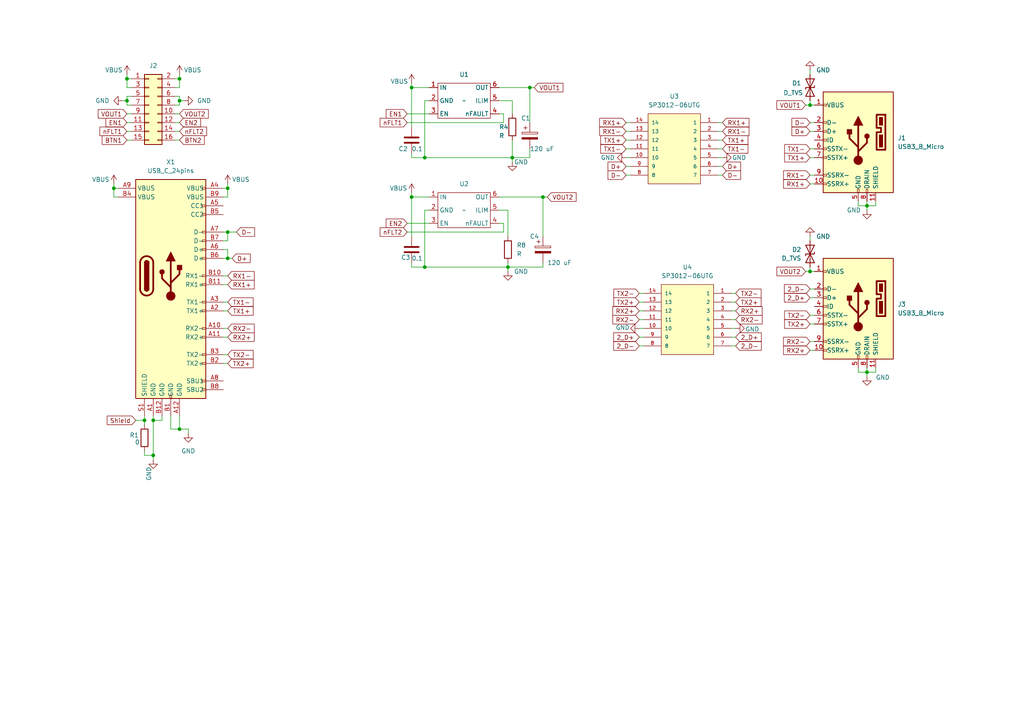
<source format=kicad_sch>
(kicad_sch (version 20231120) (generator "eeschema") (generator_version "8.0")
  (paper "A4")
  (lib_symbols
    (symbol "Connector:USB3_B_Micro" (pin_names (offset 1.016))
      (property "Reference" "J" (at -10.16 15.24 0))
      (property "Value" "USB3_B_Micro" (at 10.16 15.24 0))
      (symbol "USB3_B_Micro_0_0"
        (rectangle (start -2.794 -15.24) (end -2.286 -14.224))
        (rectangle (start -0.254 -15.24) (end 0.254 -14.224))
        (rectangle (start 10.16 -12.446) (end 9.144 -12.954))
        (rectangle (start 10.16 -9.906) (end 9.144 -10.414))
        (rectangle (start 10.16 -4.826) (end 9.144 -5.334))
        (rectangle (start 10.16 -2.286) (end 9.144 -2.794))
        (rectangle (start 10.16 0.254) (end 9.144 -0.254))
        (rectangle (start 10.16 2.794) (end 9.144 2.286))
        (rectangle (start 10.16 5.334) (end 9.144 4.826))
        (rectangle (start 10.16 10.414) (end 9.144 9.906))
      )
      (symbol "USB3_B_Micro_0_1"
        (rectangle (start -10.16 13.97) (end 10.16 -15.24) (stroke (width 0.254)) (fill (type background)))
        (rectangle (start -7.112 1.524) (end -6.096 -2.032) (fill (type outline)))
        (rectangle (start -7.112 6.604) (end -6.096 4.318) (fill (type outline)))
        (polyline (pts (xy -7.874 7.366) (xy -7.874 -2.794) (xy -5.334 -2.794) (xy -5.334 2.286) (xy -6.604 2.286) (xy -6.604 3.556) (xy -5.334 3.556) (xy -5.334 7.366) (xy -7.874 7.366)) (stroke (width 0.508)))
      )
      (symbol "USB3_B_Micro_1_1"
        (circle (center -2.54 1.143) (radius 0.635) (stroke (width 0.254)) (fill (type outline)))
        (circle (center 0 -5.842) (radius 1.27) (fill (type outline)))
        (polyline (pts (xy 0 -5.842) (xy 0 4.318)) (stroke (width 0.508)))
        (polyline (pts (xy 0 -3.302) (xy -2.54 -0.762) (xy -2.54 0.508)) (stroke (width 0.508)))
        (polyline (pts (xy 0 -2.032) (xy 2.54 0.508) (xy 2.54 1.778)) (stroke (width 0.508)))
        (polyline (pts (xy -1.27 4.318) (xy 0 6.858) (xy 1.27 4.318) (xy -1.27 4.318)) (stroke (width 0.254)) (fill (type outline)))
        (rectangle (start 1.905 1.778) (end 3.175 3.048) (stroke (width 0.254)) (fill (type outline)))
        (pin power_out line (at 12.7 10.16 180) (length 2.54) (name "VBUS") (number "1"))
        (pin input line (at 12.7 -12.7 180) (length 2.54) (name "SSRX+") (number "10"))
        (pin passive line (at -5.08 -17.78 90) (length 2.54) (name "SHIELD") (number "11"))
        (pin bidirectional line (at 12.7 5.08 180) (length 2.54) (name "D-") (number "2"))
        (pin bidirectional line (at 12.7 2.54 180) (length 2.54) (name "D+") (number "3"))
        (pin passive line (at 12.7 0 180) (length 2.54) (name "ID") (number "4"))
        (pin power_out line (at 0 -17.78 90) (length 2.54) (name "GND") (number "5"))
        (pin output line (at 12.7 -2.54 180) (length 2.54) (name "SSTX-") (number "6"))
        (pin output line (at 12.7 -5.08 180) (length 2.54) (name "SSTX+") (number "7"))
        (pin passive line (at -2.54 -17.78 90) (length 2.54) (name "DRAIN") (number "8"))
        (pin input line (at 12.7 -10.16 180) (length 2.54) (name "SSRX-") (number "9"))
      )
    )
    (symbol "Connector_Generic:Conn_02x08_Odd_Even" (pin_names (offset 1.016) hide)
      (property "Reference" "J" (at 1.27 10.16 0))
      (property "Value" "Conn_02x08_Odd_Even" (at 1.27 -12.7 0))
      (symbol "Conn_02x08_Odd_Even_1_1"
        (rectangle (start -1.27 -10.033) (end 0 -10.287) (stroke (width 0.1524)))
        (rectangle (start -1.27 -7.493) (end 0 -7.747) (stroke (width 0.1524)))
        (rectangle (start -1.27 -4.953) (end 0 -5.207) (stroke (width 0.1524)))
        (rectangle (start -1.27 -2.413) (end 0 -2.667) (stroke (width 0.1524)))
        (rectangle (start -1.27 0.127) (end 0 -0.127) (stroke (width 0.1524)))
        (rectangle (start -1.27 2.667) (end 0 2.413) (stroke (width 0.1524)))
        (rectangle (start -1.27 5.207) (end 0 4.953) (stroke (width 0.1524)))
        (rectangle (start -1.27 7.747) (end 0 7.493) (stroke (width 0.1524)))
        (rectangle (start -1.27 8.89) (end 3.81 -11.43) (stroke (width 0.254)) (fill (type background)))
        (rectangle (start 3.81 -10.033) (end 2.54 -10.287) (stroke (width 0.1524)))
        (rectangle (start 3.81 -7.493) (end 2.54 -7.747) (stroke (width 0.1524)))
        (rectangle (start 3.81 -4.953) (end 2.54 -5.207) (stroke (width 0.1524)))
        (rectangle (start 3.81 -2.413) (end 2.54 -2.667) (stroke (width 0.1524)))
        (rectangle (start 3.81 0.127) (end 2.54 -0.127) (stroke (width 0.1524)))
        (rectangle (start 3.81 2.667) (end 2.54 2.413) (stroke (width 0.1524)))
        (rectangle (start 3.81 5.207) (end 2.54 4.953) (stroke (width 0.1524)))
        (rectangle (start 3.81 7.747) (end 2.54 7.493) (stroke (width 0.1524)))
        (pin passive line (at -5.08 7.62 0) (length 3.81) (name "Pin_1") (number "1"))
        (pin passive line (at 7.62 -2.54 180) (length 3.81) (name "Pin_10") (number "10"))
        (pin passive line (at -5.08 -5.08 0) (length 3.81) (name "Pin_11") (number "11"))
        (pin passive line (at 7.62 -5.08 180) (length 3.81) (name "Pin_12") (number "12"))
        (pin passive line (at -5.08 -7.62 0) (length 3.81) (name "Pin_13") (number "13"))
        (pin passive line (at 7.62 -7.62 180) (length 3.81) (name "Pin_14") (number "14"))
        (pin passive line (at -5.08 -10.16 0) (length 3.81) (name "Pin_15") (number "15"))
        (pin passive line (at 7.62 -10.16 180) (length 3.81) (name "Pin_16") (number "16"))
        (pin passive line (at 7.62 7.62 180) (length 3.81) (name "Pin_2") (number "2"))
        (pin passive line (at -5.08 5.08 0) (length 3.81) (name "Pin_3") (number "3"))
        (pin passive line (at 7.62 5.08 180) (length 3.81) (name "Pin_4") (number "4"))
        (pin passive line (at -5.08 2.54 0) (length 3.81) (name "Pin_5") (number "5"))
        (pin passive line (at 7.62 2.54 180) (length 3.81) (name "Pin_6") (number "6"))
        (pin passive line (at -5.08 0 0) (length 3.81) (name "Pin_7") (number "7"))
        (pin passive line (at 7.62 0 180) (length 3.81) (name "Pin_8") (number "8"))
        (pin passive line (at -5.08 -2.54 0) (length 3.81) (name "Pin_9") (number "9"))
      )
    )
    (symbol "Device:C" (pin_numbers hide) (pin_names (offset 0.254))
      (property "Reference" "C" (at 0.635 2.54 0))
      (property "Value" "C" (at 0.635 -2.54 0))
      (symbol "C_0_1"
        (polyline (pts (xy -2.032 -0.762) (xy 2.032 -0.762)) (stroke (width 0.508)))
        (polyline (pts (xy -2.032 0.762) (xy 2.032 0.762)) (stroke (width 0.508)))
      )
      (symbol "C_1_1"
        (pin passive line (at 0 3.81 270) (length 2.794) (name "~") (number "1"))
        (pin passive line (at 0 -3.81 90) (length 2.794) (name "~") (number "2"))
      )
    )
    (symbol "Device:C_Polarized" (pin_numbers hide) (pin_names (offset 0.254))
      (property "Reference" "C" (at 0.635 2.54 0))
      (property "Value" "C_Polarized" (at 0.635 -2.54 0))
      (symbol "C_Polarized_0_1"
        (rectangle (start -2.286 0.508) (end 2.286 1.016))
        (polyline (pts (xy -1.778 2.286) (xy -0.762 2.286)))
        (polyline (pts (xy -1.27 2.794) (xy -1.27 1.778)))
        (rectangle (start 2.286 -0.508) (end -2.286 -1.016) (fill (type outline)))
      )
      (symbol "C_Polarized_1_1"
        (pin passive line (at 0 3.81 270) (length 2.794) (name "~") (number "1"))
        (pin passive line (at 0 -3.81 90) (length 2.794) (name "~") (number "2"))
      )
    )
    (symbol "Device:D_TVS" (pin_numbers hide) (pin_names (offset 1.016) hide)
      (property "Reference" "D" (at 0 2.54 0))
      (property "Value" "D_TVS" (at 0 -2.54 0))
      (symbol "D_TVS_0_1"
        (polyline (pts (xy 1.27 0) (xy -1.27 0)))
        (polyline (pts (xy 0.508 1.27) (xy 0 1.27) (xy 0 -1.27) (xy -0.508 -1.27)) (stroke (width 0.254)))
        (polyline (pts (xy -2.54 1.27) (xy -2.54 -1.27) (xy 2.54 1.27) (xy 2.54 -1.27) (xy -2.54 1.27)) (stroke (width 0.254)))
      )
      (symbol "D_TVS_1_1"
        (pin passive line (at -3.81 0 0) (length 2.54) (name "A1") (number "1"))
        (pin passive line (at 3.81 0 180) (length 2.54) (name "A2") (number "2"))
      )
    )
    (symbol "Device:R" (pin_numbers hide) (pin_names (offset 0))
      (property "Reference" "R" (at 2.032 0 90))
      (property "Value" "R" (at 0 0 90))
      (symbol "R_0_1"
        (rectangle (start -1.016 -2.54) (end 1.016 2.54) (stroke (width 0.254)))
      )
      (symbol "R_1_1"
        (pin passive line (at 0 3.81 270) (length 1.27) (name "~") (number "1"))
        (pin passive line (at 0 -3.81 90) (length 1.27) (name "~") (number "2"))
      )
    )
    (symbol "Shield1:USB_C_24pins"
      (property "Reference" "X1" (at 0 38.1 0))
      (property "Value" "USB_C_24pins" (at 0 35.56 0))
      (symbol "USB_C_24pins_0_0"
        (rectangle (start -0.254 -30.48) (end 0.254 -29.464))
        (rectangle (start 10.16 -27.686) (end 9.144 -28.194))
        (rectangle (start 10.16 -25.146) (end 9.144 -25.654))
        (rectangle (start 10.16 -20.066) (end 9.144 -20.574))
        (rectangle (start 10.16 -17.526) (end 9.144 -18.034))
        (rectangle (start 10.16 -12.446) (end 9.144 -12.954))
        (rectangle (start 10.16 -9.906) (end 9.144 -10.414))
        (rectangle (start 10.16 -4.826) (end 9.144 -5.334))
        (rectangle (start 10.16 -2.286) (end 9.144 -2.794))
        (rectangle (start 10.16 2.794) (end 9.144 2.286))
        (rectangle (start 10.16 5.334) (end 9.144 4.826))
        (rectangle (start 10.16 10.414) (end 9.144 9.906))
        (rectangle (start 10.16 12.954) (end 9.144 12.446))
        (rectangle (start 10.16 15.494) (end 9.144 14.986))
        (rectangle (start 10.16 18.034) (end 9.144 17.526))
        (rectangle (start 10.16 23.114) (end 9.144 22.606))
        (rectangle (start 10.16 25.654) (end 9.144 25.146))
        (rectangle (start 10.16 30.734) (end 9.144 30.226))
      )
      (symbol "USB_C_24pins_0_1"
        (rectangle (start -10.16 33.02) (end 10.16 -30.48) (stroke (width 0.254)) (fill (type background)))
        (arc (start -8.89 1.27) (mid -6.985 -0.635) (end -5.08 1.27) (stroke (width 0.508)))
        (arc (start -7.62 1.27) (mid -6.985 0.635) (end -6.35 1.27) (stroke (width 0.254)))
        (arc (start -7.62 1.27) (mid -6.985 0.635) (end -6.35 1.27) (stroke (width 0.254)) (fill (type outline)))
        (rectangle (start -7.62 1.27) (end -6.35 8.89) (stroke (width 0.254)) (fill (type outline)))
        (arc (start -6.35 8.89) (mid -6.985 9.525) (end -7.62 8.89) (stroke (width 0.254)))
        (arc (start -6.35 8.89) (mid -6.985 9.525) (end -7.62 8.89) (stroke (width 0.254)) (fill (type outline)))
        (arc (start -5.08 8.89) (mid -6.985 10.795) (end -8.89 8.89) (stroke (width 0.508)))
        (polyline (pts (xy -8.89 1.27) (xy -8.89 8.89)) (stroke (width 0.508)))
        (polyline (pts (xy -5.08 8.89) (xy -5.08 1.27)) (stroke (width 0.508)))
      )
      (symbol "USB_C_24pins_1_1"
        (circle (center -2.54 6.223) (radius 0.635) (stroke (width 0.254)) (fill (type outline)))
        (circle (center 0 -0.762) (radius 1.27) (fill (type outline)))
        (polyline (pts (xy 0 -0.762) (xy 0 9.398)) (stroke (width 0.508)))
        (polyline (pts (xy 0 1.778) (xy -2.54 4.318) (xy -2.54 5.588)) (stroke (width 0.508)))
        (polyline (pts (xy 0 3.048) (xy 2.54 5.588) (xy 2.54 6.858)) (stroke (width 0.508)))
        (polyline (pts (xy -1.27 9.398) (xy 0 11.938) (xy 1.27 9.398) (xy -1.27 9.398)) (stroke (width 0.254)) (fill (type outline)))
        (rectangle (start 1.905 6.858) (end 3.175 8.128) (stroke (width 0.254)) (fill (type outline)))
        (pin passive line (at -5.08 -35.56 90) (length 5.08) (name "GND") (number "A1"))
        (pin bidirectional line (at 15.24 -10.16 180) (length 5.08) (name "RX2-") (number "A10"))
        (pin bidirectional line (at 15.24 -12.7 180) (length 5.08) (name "RX2+") (number "A11"))
        (pin passive line (at 2.54 -35.56 90) (length 5.08) (name "GND") (number "A12"))
        (pin bidirectional line (at 15.24 -5.08 180) (length 5.08) (name "TX1+") (number "A2"))
        (pin bidirectional line (at 15.24 -2.54 180) (length 5.08) (name "TX1-") (number "A3"))
        (pin passive line (at 15.24 30.48 180) (length 5.08) (name "VBUS") (number "A4"))
        (pin bidirectional line (at 15.24 25.4 180) (length 5.08) (name "CC1") (number "A5"))
        (pin bidirectional line (at 15.24 12.7 180) (length 5.08) (name "D+") (number "A6"))
        (pin bidirectional line (at 15.24 17.78 180) (length 5.08) (name "D-") (number "A7"))
        (pin bidirectional line (at 15.24 -25.4 180) (length 5.08) (name "SBU1") (number "A8"))
        (pin passive line (at -15.24 30.48 0) (length 5.08) (name "VBUS") (number "A9"))
        (pin passive line (at 0 -35.56 90) (length 5.08) (name "GND") (number "B1"))
        (pin bidirectional line (at 15.24 5.08 180) (length 5.08) (name "RX1-") (number "B10"))
        (pin bidirectional line (at 15.24 2.54 180) (length 5.08) (name "RX1+") (number "B11"))
        (pin passive line (at -2.54 -35.56 90) (length 5.08) (name "GND") (number "B12"))
        (pin bidirectional line (at 15.24 -20.32 180) (length 5.08) (name "TX2+") (number "B2"))
        (pin bidirectional line (at 15.24 -17.78 180) (length 5.08) (name "TX2-") (number "B3"))
        (pin passive line (at -15.24 27.94 0) (length 5.08) (name "VBUS") (number "B4"))
        (pin bidirectional line (at 15.24 22.86 180) (length 5.08) (name "CC2") (number "B5"))
        (pin bidirectional line (at 15.24 10.16 180) (length 5.08) (name "D+") (number "B6"))
        (pin bidirectional line (at 15.24 15.24 180) (length 5.08) (name "D-") (number "B7"))
        (pin bidirectional line (at 15.24 -27.94 180) (length 5.08) (name "SBU2") (number "B8"))
        (pin passive line (at 15.24 27.94 180) (length 5.08) (name "VBUS") (number "B9"))
        (pin passive line (at -7.62 -35.56 90) (length 5.08) (name "SHIELD") (number "S1"))
        (pin passive line (at -7.62 -35.56 90) (length 5.08) hide (name "SHIELD") (number "S2"))
        (pin passive line (at -7.62 -35.56 90) (length 5.08) hide (name "SHIELD") (number "S3"))
        (pin passive line (at -7.62 -35.56 90) (length 5.08) hide (name "SHIELD") (number "S4"))
      )
    )
    (symbol "myLib8:SP3012-06UTG" (pin_names (offset 1.016))
      (property "Reference" "U" (at -7.62 10.668 0))
      (property "Value" "SP3012-06UTG" (at -7.62 -12.7 0))
      (symbol "SP3012-06UTG_0_0"
        (rectangle (start -7.62 -10.16) (end 7.62 10.16) (stroke (width 0.1524)) (fill (type background)))
        (pin passive line (at -12.7 7.62 0) (length 5.08) (name "1") (number "1"))
        (pin passive line (at 12.7 -2.54 180) (length 5.08) (name "10") (number "10"))
        (pin passive line (at 12.7 0 180) (length 5.08) (name "11") (number "11"))
        (pin passive line (at 12.7 2.54 180) (length 5.08) (name "12") (number "12"))
        (pin passive line (at 12.7 5.08 180) (length 5.08) (name "13") (number "13"))
        (pin passive line (at 12.7 7.62 180) (length 5.08) (name "14") (number "14"))
        (pin passive line (at -12.7 5.08 0) (length 5.08) (name "2") (number "2"))
        (pin passive line (at -12.7 2.54 0) (length 5.08) (name "3") (number "3"))
        (pin passive line (at -12.7 0 0) (length 5.08) (name "4") (number "4"))
        (pin passive line (at -12.7 -2.54 0) (length 5.08) (name "5") (number "5"))
        (pin passive line (at -12.7 -5.08 0) (length 5.08) (name "6") (number "6"))
        (pin passive line (at -12.7 -7.62 0) (length 5.08) (name "7") (number "7"))
        (pin passive line (at 12.7 -7.62 180) (length 5.08) (name "8") (number "8"))
        (pin passive line (at 12.7 -5.08 180) (length 5.08) (name "9") (number "9"))
      )
    )
    (symbol "power:GND" (power) (pin_names (offset 0))
      (property "Value" "GND" (at 0 -3.81 0))
      (symbol "GND_0_1"
        (polyline (pts (xy 0 0) (xy 0 -1.27) (xy 1.27 -1.27) (xy 0 -2.54) (xy -1.27 -1.27) (xy 0 -1.27)))
      )
      (symbol "GND_1_1"
        (pin power_in line (at 0 0 270) (length 0) hide (name "GND") (number "1"))
      )
    )
    (symbol "power:VBUS" (power) (pin_names (offset 0))
      (property "Value" "VBUS" (at 0 3.81 0))
      (symbol "VBUS_0_1"
        (polyline (pts (xy -0.762 1.27) (xy 0 2.54)))
        (polyline (pts (xy 0 0) (xy 0 2.54)))
        (polyline (pts (xy 0 2.54) (xy 0.762 1.27)))
      )
      (symbol "VBUS_1_1"
        (pin power_in line (at 0 0 90) (length 0) hide (name "VBUS") (number "1"))
      )
    )
    (symbol "swich emergent:tps2553"
      (property "Reference" "U" (at 0 7.62 0))
      (symbol "tps2553_0_1"
        (rectangle (start -7.62 5.08) (end 7.62 -5.08))
      )
      (symbol "tps2553_1_1"
        (pin power_in line (at -10.16 3.81 0) (length 2.54) (name "IN") (number "1"))
        (pin power_in line (at -10.16 0 0) (length 2.54) (name "GND") (number "2"))
        (pin input line (at -10.16 -3.81 0) (length 2.54) (name "EN") (number "3"))
        (pin open_collector line (at 10.16 -3.81 180) (length 2.54) (name "nFAULT") (number "4"))
        (pin output line (at 10.16 0 180) (length 2.54) (name "ILIM") (number "5"))
        (pin power_out line (at 10.16 3.81 180) (length 2.54) (name "OUT") (number "6"))
      )
    )
  )
  (junction (at 234.95 30.48))
  (junction (at 66.04 54.61))
  (junction (at 44.45 121.92))
  (junction (at 44.45 132.08))
  (junction (at 36.83 29.21))
  (junction (at 147.32 77.47))
  (junction (at 52.07 29.21))
  (junction (at 251.46 59.69))
  (junction (at 119.38 25.4))
  (junction (at 148.59 45.72))
  (junction (at 33.02 54.61))
  (junction (at 234.95 78.74))
  (junction (at 52.07 22.86))
  (junction (at 36.83 22.86))
  (junction (at 119.38 57.15))
  (junction (at 123.19 45.72))
  (junction (at 123.19 77.47))
  (junction (at 157.48 57.15))
  (junction (at 153.67 25.4))
  (junction (at 52.07 124.46))
  (junction (at 66.04 74.93))
  (junction (at 66.04 67.31))
  (junction (at 41.91 121.92))
  (junction (at 251.46 107.95))
  (wire (pts (xy 236.22 30.48) (xy 234.95 30.48)))
  (wire (pts (xy 36.83 40.64) (xy 38.1 40.64)))
  (wire (pts (xy 118.11 33.02) (xy 124.46 33.02)))
  (wire (pts (xy 182.88 43.18) (xy 181.61 43.18)))
  (wire (pts (xy 236.22 38.1) (xy 234.95 38.1)))
  (wire (pts (xy 36.83 22.86) (xy 38.1 22.86)))
  (wire (pts (xy 119.38 57.15) (xy 119.38 68.58)))
  (wire (pts (xy 46.99 120.65) (xy 46.99 121.92)))
  (wire (pts (xy 251.46 58.42) (xy 251.46 59.69)))
  (wire (pts (xy 146.05 67.31) (xy 146.05 64.77)))
  (wire (pts (xy 119.38 57.15) (xy 124.46 57.15)))
  (wire (pts (xy 67.31 74.93) (xy 66.04 74.93)))
  (wire (pts (xy 66.04 80.01) (xy 64.77 80.01)))
  (wire (pts (xy 50.8 33.02) (xy 52.07 33.02)))
  (wire (pts (xy 50.8 30.48) (xy 52.07 30.48)))
  (wire (pts (xy 234.95 53.34) (xy 236.22 53.34)))
  (wire (pts (xy 66.04 54.61) (xy 64.77 54.61)))
  (wire (pts (xy 209.55 38.1) (xy 208.28 38.1)))
  (wire (pts (xy 234.95 101.6) (xy 236.22 101.6)))
  (wire (pts (xy 234.95 29.21) (xy 234.95 30.48)))
  (wire (pts (xy 186.69 97.79) (xy 185.42 97.79)))
  (wire (pts (xy 52.07 21.59) (xy 52.07 22.86)))
  (wire (pts (xy 123.19 77.47) (xy 147.32 77.47)))
  (wire (pts (xy 36.83 29.21) (xy 35.56 29.21)))
  (wire (pts (xy 146.05 64.77) (xy 144.78 64.77)))
  (wire (pts (xy 119.38 45.72) (xy 123.19 45.72)))
  (wire (pts (xy 64.77 57.15) (xy 66.04 57.15)))
  (wire (pts (xy 209.55 45.72) (xy 208.28 45.72)))
  (wire (pts (xy 66.04 97.79) (xy 64.77 97.79)))
  (wire (pts (xy 147.32 77.47) (xy 147.32 78.74)))
  (wire (pts (xy 213.36 95.25) (xy 212.09 95.25)))
  (wire (pts (xy 36.83 27.94) (xy 38.1 27.94)))
  (wire (pts (xy 66.04 105.41) (xy 64.77 105.41)))
  (wire (pts (xy 186.69 95.25) (xy 185.42 95.25)))
  (wire (pts (xy 123.19 45.72) (xy 148.59 45.72)))
  (wire (pts (xy 248.92 59.69) (xy 248.92 58.42)))
  (wire (pts (xy 66.04 95.25) (xy 64.77 95.25)))
  (wire (pts (xy 52.07 120.65) (xy 52.07 124.46)))
  (wire (pts (xy 148.59 29.21) (xy 144.78 29.21)))
  (wire (pts (xy 36.83 29.21) (xy 36.83 27.94)))
  (wire (pts (xy 251.46 59.69) (xy 251.46 60.96)))
  (wire (pts (xy 251.46 107.95) (xy 251.46 109.22)))
  (wire (pts (xy 52.07 25.4) (xy 50.8 25.4)))
  (wire (pts (xy 213.36 90.17) (xy 212.09 90.17)))
  (wire (pts (xy 182.88 38.1) (xy 181.61 38.1)))
  (wire (pts (xy 52.07 40.64) (xy 50.8 40.64)))
  (wire (pts (xy 182.88 48.26) (xy 181.61 48.26)))
  (wire (pts (xy 119.38 77.47) (xy 123.19 77.47)))
  (wire (pts (xy 234.95 45.72) (xy 236.22 45.72)))
  (wire (pts (xy 52.07 35.56) (xy 50.8 35.56)))
  (wire (pts (xy 66.04 53.34) (xy 66.04 54.61)))
  (wire (pts (xy 119.38 24.13) (xy 119.38 25.4)))
  (wire (pts (xy 118.11 35.56) (xy 146.05 35.56)))
  (wire (pts (xy 54.61 125.73) (xy 54.61 124.46)))
  (wire (pts (xy 33.02 54.61) (xy 33.02 57.15)))
  (wire (pts (xy 147.32 68.58) (xy 147.32 60.96)))
  (wire (pts (xy 186.69 85.09) (xy 185.42 85.09)))
  (wire (pts (xy 186.69 87.63) (xy 185.42 87.63)))
  (wire (pts (xy 66.04 67.31) (xy 66.04 69.85)))
  (wire (pts (xy 36.83 21.59) (xy 36.83 22.86)))
  (wire (pts (xy 119.38 25.4) (xy 124.46 25.4)))
  (wire (pts (xy 251.46 106.68) (xy 251.46 107.95)))
  (wire (pts (xy 157.48 57.15) (xy 157.48 68.58)))
  (wire (pts (xy 66.04 57.15) (xy 66.04 54.61)))
  (wire (pts (xy 36.83 33.02) (xy 38.1 33.02)))
  (wire (pts (xy 66.04 67.31) (xy 68.58 67.31)))
  (wire (pts (xy 52.07 29.21) (xy 52.07 30.48)))
  (wire (pts (xy 119.38 45.72) (xy 119.38 44.45)))
  (wire (pts (xy 182.88 50.8) (xy 181.61 50.8)))
  (wire (pts (xy 234.95 83.82) (xy 236.22 83.82)))
  (wire (pts (xy 254 58.42) (xy 254 59.69)))
  (wire (pts (xy 118.11 64.77) (xy 124.46 64.77)))
  (wire (pts (xy 36.83 35.56) (xy 38.1 35.56)))
  (wire (pts (xy 157.48 76.2) (xy 157.48 77.47)))
  (wire (pts (xy 44.45 133.35) (xy 44.45 132.08)))
  (wire (pts (xy 44.45 132.08) (xy 44.45 121.92)))
  (wire (pts (xy 49.53 124.46) (xy 52.07 124.46)))
  (wire (pts (xy 186.69 100.33) (xy 185.42 100.33)))
  (wire (pts (xy 236.22 35.56) (xy 234.95 35.56)))
  (wire (pts (xy 234.95 77.47) (xy 234.95 78.74)))
  (wire (pts (xy 182.88 45.72) (xy 181.61 45.72)))
  (wire (pts (xy 44.45 121.92) (xy 46.99 121.92)))
  (wire (pts (xy 52.07 29.21) (xy 52.07 27.94)))
  (wire (pts (xy 119.38 55.88) (xy 119.38 57.15)))
  (wire (pts (xy 38.1 30.48) (xy 36.83 30.48)))
  (wire (pts (xy 209.55 43.18) (xy 208.28 43.18)))
  (wire (pts (xy 234.95 20.32) (xy 234.95 21.59)))
  (wire (pts (xy 41.91 132.08) (xy 44.45 132.08)))
  (wire (pts (xy 153.67 25.4) (xy 154.94 25.4)))
  (wire (pts (xy 234.95 50.8) (xy 236.22 50.8)))
  (wire (pts (xy 182.88 35.56) (xy 181.61 35.56)))
  (wire (pts (xy 209.55 35.56) (xy 208.28 35.56)))
  (wire (pts (xy 234.95 78.74) (xy 236.22 78.74)))
  (wire (pts (xy 119.38 76.2) (xy 119.38 77.47)))
  (wire (pts (xy 33.02 53.34) (xy 33.02 54.61)))
  (wire (pts (xy 41.91 120.65) (xy 41.91 121.92)))
  (wire (pts (xy 234.95 78.74) (xy 233.68 78.74)))
  (wire (pts (xy 39.37 121.92) (xy 41.91 121.92)))
  (wire (pts (xy 234.95 30.48) (xy 233.68 30.48)))
  (wire (pts (xy 234.95 68.58) (xy 234.95 69.85)))
  (wire (pts (xy 254 59.69) (xy 251.46 59.69)))
  (wire (pts (xy 148.59 45.72) (xy 153.67 45.72)))
  (wire (pts (xy 123.19 60.96) (xy 123.19 77.47)))
  (wire (pts (xy 254 106.68) (xy 254 107.95)))
  (wire (pts (xy 147.32 77.47) (xy 157.48 77.47)))
  (wire (pts (xy 254 107.95) (xy 251.46 107.95)))
  (wire (pts (xy 186.69 90.17) (xy 185.42 90.17)))
  (wire (pts (xy 36.83 38.1) (xy 38.1 38.1)))
  (wire (pts (xy 52.07 27.94) (xy 50.8 27.94)))
  (wire (pts (xy 66.04 72.39) (xy 66.04 74.93)))
  (wire (pts (xy 33.02 57.15) (xy 34.29 57.15)))
  (wire (pts (xy 50.8 22.86) (xy 52.07 22.86)))
  (wire (pts (xy 213.36 85.09) (xy 212.09 85.09)))
  (wire (pts (xy 53.34 29.21) (xy 52.07 29.21)))
  (wire (pts (xy 144.78 57.15) (xy 157.48 57.15)))
  (wire (pts (xy 64.77 67.31) (xy 66.04 67.31)))
  (wire (pts (xy 153.67 25.4) (xy 153.67 35.56)))
  (wire (pts (xy 66.04 74.93) (xy 64.77 74.93)))
  (wire (pts (xy 118.11 67.31) (xy 146.05 67.31)))
  (wire (pts (xy 41.91 130.81) (xy 41.91 132.08)))
  (wire (pts (xy 147.32 76.2) (xy 147.32 77.47)))
  (wire (pts (xy 66.04 87.63) (xy 64.77 87.63)))
  (wire (pts (xy 123.19 60.96) (xy 124.46 60.96)))
  (wire (pts (xy 213.36 97.79) (xy 212.09 97.79)))
  (wire (pts (xy 147.32 60.96) (xy 144.78 60.96)))
  (wire (pts (xy 213.36 100.33) (xy 212.09 100.33)))
  (wire (pts (xy 234.95 91.44) (xy 236.22 91.44)))
  (wire (pts (xy 213.36 92.71) (xy 212.09 92.71)))
  (wire (pts (xy 148.59 33.02) (xy 148.59 29.21)))
  (wire (pts (xy 36.83 25.4) (xy 38.1 25.4)))
  (wire (pts (xy 157.48 57.15) (xy 158.75 57.15)))
  (wire (pts (xy 248.92 107.95) (xy 248.92 106.68)))
  (wire (pts (xy 44.45 120.65) (xy 44.45 121.92)))
  (wire (pts (xy 148.59 45.72) (xy 148.59 46.99)))
  (wire (pts (xy 36.83 29.21) (xy 36.83 30.48)))
  (wire (pts (xy 66.04 90.17) (xy 64.77 90.17)))
  (wire (pts (xy 64.77 72.39) (xy 66.04 72.39)))
  (wire (pts (xy 124.46 29.21) (xy 123.19 29.21)))
  (wire (pts (xy 123.19 29.21) (xy 123.19 45.72)))
  (wire (pts (xy 213.36 87.63) (xy 212.09 87.63)))
  (wire (pts (xy 52.07 38.1) (xy 50.8 38.1)))
  (wire (pts (xy 66.04 102.87) (xy 64.77 102.87)))
  (wire (pts (xy 234.95 86.36) (xy 236.22 86.36)))
  (wire (pts (xy 119.38 25.4) (xy 119.38 36.83)))
  (wire (pts (xy 33.02 54.61) (xy 34.29 54.61)))
  (wire (pts (xy 144.78 25.4) (xy 153.67 25.4)))
  (wire (pts (xy 66.04 82.55) (xy 64.77 82.55)))
  (wire (pts (xy 251.46 107.95) (xy 248.92 107.95)))
  (wire (pts (xy 52.07 22.86) (xy 52.07 25.4)))
  (wire (pts (xy 234.95 99.06) (xy 236.22 99.06)))
  (wire (pts (xy 146.05 33.02) (xy 144.78 33.02)))
  (wire (pts (xy 36.83 22.86) (xy 36.83 25.4)))
  (wire (pts (xy 148.59 40.64) (xy 148.59 45.72)))
  (wire (pts (xy 146.05 35.56) (xy 146.05 33.02)))
  (wire (pts (xy 209.55 48.26) (xy 208.28 48.26)))
  (wire (pts (xy 52.07 124.46) (xy 54.61 124.46)))
  (wire (pts (xy 49.53 120.65) (xy 49.53 124.46)))
  (wire (pts (xy 209.55 40.64) (xy 208.28 40.64)))
  (wire (pts (xy 182.88 40.64) (xy 181.61 40.64)))
  (wire (pts (xy 209.55 50.8) (xy 208.28 50.8)))
  (wire (pts (xy 234.95 43.18) (xy 236.22 43.18)))
  (wire (pts (xy 41.91 121.92) (xy 41.91 123.19)))
  (wire (pts (xy 186.69 92.71) (xy 185.42 92.71)))
  (wire (pts (xy 251.46 59.69) (xy 248.92 59.69)))
  (wire (pts (xy 66.04 69.85) (xy 64.77 69.85)))
  (wire (pts (xy 153.67 43.18) (xy 153.67 45.72)))
  (wire (pts (xy 234.95 93.98) (xy 236.22 93.98)))
  (global_label "TX1+" (shape input) (at 209.55 40.64 0) (property "Intersheetrefs" "${INTERSHEET_REFS}" (effects (hide yes))))
  (global_label "BTN1" (shape input) (at 36.83 40.64 180) (property "Intersheetrefs" "${INTERSHEET_REFS}" (effects (hide yes))))
  (global_label "VOUT2" (shape input) (at 233.68 78.74 180) (property "Intersheetrefs" "${INTERSHEET_REFS}" (effects (hide yes))))
  (global_label "TX1+" (shape input) (at 181.61 40.64 180) (property "Intersheetrefs" "${INTERSHEET_REFS}" (effects (hide yes))))
  (global_label "RX1-" (shape input) (at 234.95 50.8 180) (property "Intersheetrefs" "${INTERSHEET_REFS}" (effects (hide yes))))
  (global_label "TX2+" (shape input) (at 185.42 87.63 180) (property "Intersheetrefs" "${INTERSHEET_REFS}" (effects (hide yes))))
  (global_label "TX1-" (shape input) (at 234.95 43.18 180) (property "Intersheetrefs" "${INTERSHEET_REFS}" (effects (hide yes))))
  (global_label "RX1+" (shape input) (at 66.04 82.55 0) (property "Intersheetrefs" "${INTERSHEET_REFS}" (effects (hide yes))))
  (global_label "VOUT1" (shape input) (at 154.94 25.4 0) (property "Intersheetrefs" "${INTERSHEET_REFS}" (effects (hide yes))))
  (global_label "nFLT1" (shape input) (at 118.11 35.56 180) (property "Intersheetrefs" "${INTERSHEET_REFS}" (effects (hide yes))))
  (global_label "RX1+" (shape input) (at 181.61 35.56 180) (property "Intersheetrefs" "${INTERSHEET_REFS}" (effects (hide yes))))
  (global_label "RX1+" (shape input) (at 234.95 53.34 180) (property "Intersheetrefs" "${INTERSHEET_REFS}" (effects (hide yes))))
  (global_label "RX1-" (shape input) (at 66.04 80.01 0) (property "Intersheetrefs" "${INTERSHEET_REFS}" (effects (hide yes))))
  (global_label "D+" (shape input) (at 181.61 48.26 180) (property "Intersheetrefs" "${INTERSHEET_REFS}" (effects (hide yes))))
  (global_label "D-" (shape input) (at 234.95 35.56 180) (property "Intersheetrefs" "${INTERSHEET_REFS}" (effects (hide yes))))
  (global_label "VOUT2" (shape input) (at 52.07 33.02 0) (property "Intersheetrefs" "${INTERSHEET_REFS}" (effects (hide yes))))
  (global_label "RX2+" (shape input) (at 234.95 101.6 180) (property "Intersheetrefs" "${INTERSHEET_REFS}" (effects (hide yes))))
  (global_label "nFLT1" (shape input) (at 36.83 38.1 180) (property "Intersheetrefs" "${INTERSHEET_REFS}" (effects (hide yes))))
  (global_label "D-" (shape input) (at 181.61 50.8 180) (property "Intersheetrefs" "${INTERSHEET_REFS}" (effects (hide yes))))
  (global_label "BTN2" (shape input) (at 52.07 40.64 0) (property "Intersheetrefs" "${INTERSHEET_REFS}" (effects (hide yes))))
  (global_label "2_D+" (shape input) (at 185.42 97.79 180) (property "Intersheetrefs" "${INTERSHEET_REFS}" (effects (hide yes))))
  (global_label "nFLT2" (shape input) (at 52.07 38.1 0) (property "Intersheetrefs" "${INTERSHEET_REFS}" (effects (hide yes))))
  (global_label "TX2-" (shape input) (at 234.95 91.44 180) (property "Intersheetrefs" "${INTERSHEET_REFS}" (effects (hide yes))))
  (global_label "VOUT1" (shape input) (at 36.83 33.02 180) (property "Intersheetrefs" "${INTERSHEET_REFS}" (effects (hide yes))))
  (global_label "RX1+" (shape input) (at 209.55 35.56 0) (property "Intersheetrefs" "${INTERSHEET_REFS}" (effects (hide yes))))
  (global_label "EN2" (shape input) (at 118.11 64.77 180) (property "Intersheetrefs" "${INTERSHEET_REFS}" (effects (hide yes))))
  (global_label "2_D-" (shape input) (at 234.95 83.82 180) (property "Intersheetrefs" "${INTERSHEET_REFS}" (effects (hide yes))))
  (global_label "RX2+" (shape input) (at 66.04 97.79 0) (property "Intersheetrefs" "${INTERSHEET_REFS}" (effects (hide yes))))
  (global_label "TX2-" (shape input) (at 213.36 85.09 0) (property "Intersheetrefs" "${INTERSHEET_REFS}" (effects (hide yes))))
  (global_label "RX2+" (shape input) (at 213.36 90.17 0) (property "Intersheetrefs" "${INTERSHEET_REFS}" (effects (hide yes))))
  (global_label "TX2+" (shape input) (at 66.04 105.41 0) (property "Intersheetrefs" "${INTERSHEET_REFS}" (effects (hide yes))))
  (global_label "TX2+" (shape input) (at 234.95 93.98 180) (property "Intersheetrefs" "${INTERSHEET_REFS}" (effects (hide yes))))
  (global_label "TX1-" (shape input) (at 66.04 87.63 0) (property "Intersheetrefs" "${INTERSHEET_REFS}" (effects (hide yes))))
  (global_label "nFLT2" (shape input) (at 118.11 67.31 180) (property "Intersheetrefs" "${INTERSHEET_REFS}" (effects (hide yes))))
  (global_label "TX1-" (shape input) (at 181.61 43.18 180) (property "Intersheetrefs" "${INTERSHEET_REFS}" (effects (hide yes))))
  (global_label "Shield" (shape input) (at 39.37 121.92 180) (property "Intersheetrefs" "${INTERSHEET_REFS}" (effects (hide yes))))
  (global_label "TX2-" (shape input) (at 66.04 102.87 0) (property "Intersheetrefs" "${INTERSHEET_REFS}" (effects (hide yes))))
  (global_label "D+" (shape input) (at 209.55 48.26 0) (property "Intersheetrefs" "${INTERSHEET_REFS}" (effects (hide yes))))
  (global_label "VOUT2" (shape input) (at 158.75 57.15 0) (property "Intersheetrefs" "${INTERSHEET_REFS}" (effects (hide yes))))
  (global_label "TX2+" (shape input) (at 213.36 87.63 0) (property "Intersheetrefs" "${INTERSHEET_REFS}" (effects (hide yes))))
  (global_label "VOUT1" (shape input) (at 233.68 30.48 180) (property "Intersheetrefs" "${INTERSHEET_REFS}" (effects (hide yes))))
  (global_label "TX1+" (shape input) (at 66.04 90.17 0) (property "Intersheetrefs" "${INTERSHEET_REFS}" (effects (hide yes))))
  (global_label "RX1-" (shape input) (at 209.55 38.1 0) (property "Intersheetrefs" "${INTERSHEET_REFS}" (effects (hide yes))))
  (global_label "RX2-" (shape input) (at 213.36 92.71 0) (property "Intersheetrefs" "${INTERSHEET_REFS}" (effects (hide yes))))
  (global_label "TX1+" (shape input) (at 234.95 45.72 180) (property "Intersheetrefs" "${INTERSHEET_REFS}" (effects (hide yes))))
  (global_label "D-" (shape input) (at 209.55 50.8 0) (property "Intersheetrefs" "${INTERSHEET_REFS}" (effects (hide yes))))
  (global_label "EN1" (shape input) (at 36.83 35.56 180) (property "Intersheetrefs" "${INTERSHEET_REFS}" (effects (hide yes))))
  (global_label "TX1-" (shape input) (at 209.55 43.18 0) (property "Intersheetrefs" "${INTERSHEET_REFS}" (effects (hide yes))))
  (global_label "2_D-" (shape input) (at 185.42 100.33 180) (property "Intersheetrefs" "${INTERSHEET_REFS}" (effects (hide yes))))
  (global_label "2_D+" (shape input) (at 213.36 97.79 0) (property "Intersheetrefs" "${INTERSHEET_REFS}" (effects (hide yes))))
  (global_label "RX2-" (shape input) (at 185.42 92.71 180) (property "Intersheetrefs" "${INTERSHEET_REFS}" (effects (hide yes))))
  (global_label "EN1" (shape input) (at 118.11 33.02 180) (property "Intersheetrefs" "${INTERSHEET_REFS}" (effects (hide yes))))
  (global_label "D-" (shape input) (at 68.58 67.31 0) (property "Intersheetrefs" "${INTERSHEET_REFS}" (effects (hide yes))))
  (global_label "TX2-" (shape input) (at 185.42 85.09 180) (property "Intersheetrefs" "${INTERSHEET_REFS}" (effects (hide yes))))
  (global_label "RX2-" (shape input) (at 66.04 95.25 0) (property "Intersheetrefs" "${INTERSHEET_REFS}" (effects (hide yes))))
  (global_label "RX1-" (shape input) (at 181.61 38.1 180) (property "Intersheetrefs" "${INTERSHEET_REFS}" (effects (hide yes))))
  (global_label "D+" (shape input) (at 234.95 38.1 180) (property "Intersheetrefs" "${INTERSHEET_REFS}" (effects (hide yes))))
  (global_label "2_D+" (shape input) (at 234.95 86.36 180) (property "Intersheetrefs" "${INTERSHEET_REFS}" (effects (hide yes))))
  (global_label "D+" (shape input) (at 67.31 74.93 0) (property "Intersheetrefs" "${INTERSHEET_REFS}" (effects (hide yes))))
  (global_label "RX2+" (shape input) (at 185.42 90.17 180) (property "Intersheetrefs" "${INTERSHEET_REFS}" (effects (hide yes))))
  (global_label "2_D-" (shape input) (at 213.36 100.33 0) (property "Intersheetrefs" "${INTERSHEET_REFS}" (effects (hide yes))))
  (global_label "RX2-" (shape input) (at 234.95 99.06 180) (property "Intersheetrefs" "${INTERSHEET_REFS}" (effects (hide yes))))
  (global_label "EN2" (shape input) (at 52.07 35.56 0) (property "Intersheetrefs" "${INTERSHEET_REFS}" (effects (hide yes))))
  (symbol (lib_id "swich emergent:tps2553") (at 134.62 60.96 0) (unit 1)
    (property "Reference" "U2" (at 134.62 53.34 0))
    (property "Value" "~" (at 134.62 60.96 0))
    (property "Footprint" "Package_TO_SOT_SMD:SOT-23-6_Handsoldering" (effects (hide yes)))
  )
  (symbol (lib_id "Device:R") (at 147.32 72.39 0) (unit 1)
    (property "Reference" "R8" (at 149.86 71.12 0) (effects (justify left)))
    (property "Value" "R" (at 149.86 73.66 0) (effects (justify left)))
    (property "Footprint" "Resistor_SMD:R_0603_1608Metric_Pad0.98x0.95mm_HandSolder" (effects (hide yes)))
  )
  (symbol (lib_id "power:VBUS") (at 66.04 53.34 0) (mirror y) (unit 1)
    (property "Reference" "#PWR015" (effects (hide yes)))
    (property "Value" "VBUS" (at 69.85 52.07 0))
  )
  (symbol (lib_id "Device:D_TVS") (at 234.95 25.4 270) (mirror x) (unit 1)
    (property "Reference" "D1" (at 232.41 24.13 90) (effects (justify right)))
    (property "Value" "D_TVS" (at 232.918 26.924 90) (effects (justify right)))
    (property "Footprint" "Diode_SMD:D_SOD-123F" (effects (hide yes)))
  )
  (symbol (lib_id "power:GND") (at 185.42 95.25 270) (mirror x) (unit 1)
    (property "Reference" "#PWR014" (effects (hide yes)))
    (property "Value" "GND" (at 180.594 94.996 90))
  )
  (symbol (lib_id "power:GND") (at 148.59 46.99 0) (unit 1)
    (property "Reference" "#PWR07" (effects (hide yes)))
    (property "Value" "GND" (at 151.13 46.99 0))
  )
  (symbol (lib_id "power:GND") (at 53.34 29.21 90) (unit 1)
    (property "Reference" "#PWR023" (effects (hide yes)))
    (property "Value" "GND" (at 57.15 29.21 90) (effects (justify right)))
  )
  (symbol (lib_id "myLib8:SP3012-06UTG") (at 195.58 43.18 0) (mirror y) (unit 1)
    (property "Reference" "U3" (at 195.58 27.94 0))
    (property "Value" "SP3012-06UTG" (at 195.58 30.48 0))
    (property "Footprint" "myLib8:DFN-14_1.35x3.5mm_P0.5mm" (effects (hide yes)))
    (property "B_NOM" "0.2" (effects (hide yes)))
    (property "D_MAX" "3.6" (effects (hide yes)))
    (property "A_MAX" "0.55" (effects (hide yes)))
    (property "B_MIN" "0.15" (effects (hide yes)))
    (property "Check_prices" "https://www.snapeda.com/parts/SP3012-06UTG/Ersa/view-part/?ref=eda" (effects (hide yes)))
    (property "B_MAX" "0.25" (effects (hide yes)))
    (property "Description_1" "\nESD Suppressor Diode Array Uni-Dir 5V Automotive 14-Pin UDFN T/R\n" (effects (hide yes)))
    (property "Price" "None" (effects (hide yes)))
    (property "ENOM" "0.5" (effects (hide yes)))
    (property "D_NOM" "3.5" (effects (hide yes)))
    (property "L_MAX" "0.35" (effects (hide yes)))
    (property "Package" "None" (effects (hide yes)))
    (property "E2_NOM" "0.0" (effects (hide yes)))
    (property "D2_NOM" "0.0" (effects (hide yes)))
    (property "PARTREV" "02/23/17" (effects (hide yes)))
    (property "SnapEDA_Link" "https://www.snapeda.com/parts/SP3012-06UTG/Ersa/view-part/?ref=snap" (effects (hide yes)))
    (property "E_NOM" "1.35" (effects (hide yes)))
    (property "STANDARD" "IPC 7351B" (effects (hide yes)))
    (property "PIN_COUNT" "14.0" (effects (hide yes)))
    (property "L_NOM" "0.3" (effects (hide yes)))
    (property "MANUFACTURER" "Littelfuse" (effects (hide yes)))
    (property "MF" "Littelfuse" (effects (hide yes)))
    (property "MAXIMUM_PACKAGE_HEIGHT" "0.55mm" (effects (hide yes)))
    (property "E_MIN" "1.25" (effects (hide yes)))
    (property "D_MIN" "3.4" (effects (hide yes)))
    (property "MP" "SP3012-06UTG" (effects (hide yes)))
    (property "L_MIN" "0.25" (effects (hide yes)))
    (property "Availability" "In Stock" (effects (hide yes)))
    (property "E_MAX" "1.45" (effects (hide yes)))
  )
  (symbol (lib_id "power:GND") (at 251.46 60.96 0) (mirror y) (unit 1)
    (property "Reference" "#PWR01" (effects (hide yes)))
    (property "Value" "GND" (at 247.65 60.96 0))
  )
  (symbol (lib_id "Device:C_Polarized") (at 157.48 72.39 0) (unit 1)
    (property "Reference" "C4" (at 153.67 68.58 0) (effects (justify left)))
    (property "Value" "120 uF" (at 158.75 76.2 0) (effects (justify left)))
    (property "Footprint" "Capacitor_SMD:CP_Elec_6.3x7.7" (effects (hide yes)))
  )
  (symbol (lib_id "power:GND") (at 44.45 133.35 0) (unit 1)
    (property "Reference" "#PWR021" (effects (hide yes)))
    (property "Value" "GND" (at 43.18 137.414 90))
  )
  (symbol (lib_id "power:VBUS") (at 36.83 21.59 0) (unit 1)
    (property "Reference" "#PWR011" (effects (hide yes)))
    (property "Value" "VBUS" (at 33.02 20.32 0))
  )
  (symbol (lib_id "power:GND") (at 147.32 78.74 0) (unit 1)
    (property "Reference" "#PWR010" (effects (hide yes)))
    (property "Value" "GND" (at 151.13 78.74 0))
  )
  (symbol (lib_id "power:GND") (at 54.61 125.73 0) (unit 1)
    (property "Reference" "#PWR020" (effects (hide yes)))
    (property "Value" "GND" (at 54.61 130.81 0))
  )
  (symbol (lib_id "power:GND") (at 234.95 20.32 0) (mirror x) (unit 1)
    (property "Reference" "#PWR04" (effects (hide yes)))
    (property "Value" "GND" (at 238.76 20.32 0))
  )
  (symbol (lib_id "power:VBUS") (at 33.02 53.34 0) (unit 1)
    (property "Reference" "#PWR016" (effects (hide yes)))
    (property "Value" "VBUS" (at 29.21 52.07 0))
  )
  (symbol (lib_id "Device:R") (at 148.59 36.83 0) (unit 1)
    (property "Reference" "R4" (at 144.78 36.83 0) (effects (justify left)))
    (property "Value" "R" (at 144.78 39.37 0) (effects (justify left)))
    (property "Footprint" "Resistor_SMD:R_0603_1608Metric_Pad0.98x0.95mm_HandSolder" (effects (hide yes)))
  )
  (symbol (lib_id "power:GND") (at 35.56 29.21 270) (unit 1)
    (property "Reference" "#PWR022" (effects (hide yes)))
    (property "Value" "GND" (at 31.75 29.21 90) (effects (justify right)))
  )
  (symbol (lib_id "Device:C_Polarized") (at 153.67 39.37 0) (unit 1)
    (property "Reference" "C1" (at 151.13 34.29 0) (effects (justify left)))
    (property "Value" "120 uF" (at 153.67 43.18 0) (effects (justify left)))
    (property "Footprint" "Capacitor_SMD:CP_Elec_6.3x7.7" (effects (hide yes)))
  )
  (symbol (lib_id "power:VBUS") (at 119.38 55.88 0) (unit 1)
    (property "Reference" "#PWR08" (effects (hide yes)))
    (property "Value" "VBUS" (at 115.57 54.61 0))
  )
  (symbol (lib_id "power:GND") (at 251.46 109.22 0) (unit 1)
    (property "Reference" "#PWR02" (effects (hide yes)))
    (property "Value" "GND" (at 256.032 109.474 0))
  )
  (symbol (lib_id "Device:D_TVS") (at 234.95 73.66 270) (mirror x) (unit 1)
    (property "Reference" "D2" (at 232.41 72.39 90) (effects (justify right)))
    (property "Value" "D_TVS" (at 232.41 74.93 90) (effects (justify right)))
    (property "Footprint" "Diode_SMD:D_SOD-123F" (effects (hide yes)))
  )
  (symbol (lib_id "power:GND") (at 181.61 45.72 270) (mirror x) (unit 1)
    (property "Reference" "#PWR09" (effects (hide yes)))
    (property "Value" "GND" (at 176.276 45.72 90))
  )
  (symbol (lib_id "Connector:USB3_B_Micro") (at 248.92 88.9 0) (mirror y) (unit 1)
    (property "Reference" "J3" (at 260.35 88.2649 0) (effects (justify right)))
    (property "Value" "USB3_B_Micro" (at 260.35 90.8049 0) (effects (justify right)))
    (property "Footprint" "USB_Conns:MU3MS04" (effects (hide yes)))
    (property "Description" "USB 3.0 Micro-B connector" (effects (hide yes)))
  )
  (symbol (lib_id "Connector_Generic:Conn_02x08_Odd_Even") (at 43.18 30.48 0) (unit 1)
    (property "Reference" "J2" (at 44.45 19.05 0))
    (property "Value" "Conn_02x08_Odd_Even" (effects (hide yes)))
    (property "Footprint" "Connector_PinSocket_2.54mm:PinSocket_2x08_P2.54mm_Vertical" (effects (hide yes)))
    (property "Description" "Generic connector, double row, 02x08, odd/even pin numbering scheme (row 1 odd numbers, row 2 even numbers), script generated (kicad-library-utils/schlib/autogen/connector/)" (effects (hide yes)))
  )
  (symbol (lib_id "Device:C") (at 119.38 72.39 0) (unit 1)
    (property "Reference" "C3" (at 116.332 74.676 0) (effects (justify left)))
    (property "Value" "0.1" (at 119.38 74.93 0) (effects (justify left)))
    (property "Footprint" "Capacitor_SMD:C_0603_1608Metric_Pad1.08x0.95mm_HandSolder" (effects (hide yes)))
  )
  (symbol (lib_id "myLib8:SP3012-06UTG") (at 199.39 92.71 0) (mirror y) (unit 1)
    (property "Reference" "U4" (at 199.39 77.47 0))
    (property "Value" "SP3012-06UTG" (at 199.39 80.01 0))
    (property "Footprint" "myLib8:DFN-14_1.35x3.5mm_P0.5mm" (effects (hide yes)))
    (property "B_NOM" "0.2" (effects (hide yes)))
    (property "D_MAX" "3.6" (effects (hide yes)))
    (property "A_MAX" "0.55" (effects (hide yes)))
    (property "B_MIN" "0.15" (effects (hide yes)))
    (property "Check_prices" "https://www.snapeda.com/parts/SP3012-06UTG/Ersa/view-part/?ref=eda" (effects (hide yes)))
    (property "B_MAX" "0.25" (effects (hide yes)))
    (property "Description_1" "\nESD Suppressor Diode Array Uni-Dir 5V Automotive 14-Pin UDFN T/R\n" (effects (hide yes)))
    (property "Price" "None" (effects (hide yes)))
    (property "ENOM" "0.5" (effects (hide yes)))
    (property "D_NOM" "3.5" (effects (hide yes)))
    (property "L_MAX" "0.35" (effects (hide yes)))
    (property "Package" "None" (effects (hide yes)))
    (property "E2_NOM" "0.0" (effects (hide yes)))
    (property "D2_NOM" "0.0" (effects (hide yes)))
    (property "PARTREV" "02/23/17" (effects (hide yes)))
    (property "SnapEDA_Link" "https://www.snapeda.com/parts/SP3012-06UTG/Ersa/view-part/?ref=snap" (effects (hide yes)))
    (property "E_NOM" "1.35" (effects (hide yes)))
    (property "STANDARD" "IPC 7351B" (effects (hide yes)))
    (property "PIN_COUNT" "14.0" (effects (hide yes)))
    (property "L_NOM" "0.3" (effects (hide yes)))
    (property "MANUFACTURER" "Littelfuse" (effects (hide yes)))
    (property "MF" "Littelfuse" (effects (hide yes)))
    (property "MAXIMUM_PACKAGE_HEIGHT" "0.55mm" (effects (hide yes)))
    (property "E_MIN" "1.25" (effects (hide yes)))
    (property "D_MIN" "3.4" (effects (hide yes)))
    (property "MP" "SP3012-06UTG" (effects (hide yes)))
    (property "L_MIN" "0.25" (effects (hide yes)))
    (property "Availability" "In Stock" (effects (hide yes)))
    (property "E_MAX" "1.45" (effects (hide yes)))
  )
  (symbol (lib_id "power:VBUS") (at 52.07 21.59 0) (unit 1)
    (property "Reference" "#PWR012" (effects (hide yes)))
    (property "Value" "VBUS" (at 55.88 20.32 0))
  )
  (symbol (lib_id "Connector:USB3_B_Micro") (at 248.92 40.64 0) (mirror y) (unit 1)
    (property "Reference" "J1" (at 260.35 40.0049 0) (effects (justify right)))
    (property "Value" "USB3_B_Micro" (at 260.35 42.5449 0) (effects (justify right)))
    (property "Footprint" "USB_Conns:MU3MS04" (effects (hide yes)))
    (property "Description" "USB 3.0 Micro-B connector" (effects (hide yes)))
  )
  (symbol (lib_id "power:GND") (at 234.95 68.58 0) (mirror x) (unit 1)
    (property "Reference" "#PWR05" (effects (hide yes)))
    (property "Value" "GND" (at 238.76 68.58 0))
  )
  (symbol (lib_id "Device:R") (at 41.91 127 0) (unit 1)
    (property "Reference" "R1" (at 37.592 126.238 0) (effects (justify left)))
    (property "Value" "0" (at 39.116 128.27 0) (effects (justify left)))
    (property "Footprint" "Resistor_SMD:R_0402_1005Metric" (effects (hide yes)))
    (property "Description" "Resistor" (effects (hide yes)))
  )
  (symbol (lib_id "power:VBUS") (at 119.38 24.13 0) (unit 1)
    (property "Reference" "#PWR03" (effects (hide yes)))
    (property "Value" "VBUS" (at 115.824 23.622 0))
  )
  (symbol (lib_id "Device:C") (at 119.38 40.64 0) (unit 1)
    (property "Reference" "C2" (at 115.57 43.18 0) (effects (justify left)))
    (property "Value" "0.1" (at 119.38 43.18 0) (effects (justify left)))
    (property "Footprint" "Capacitor_SMD:C_0603_1608Metric_Pad1.08x0.95mm_HandSolder" (effects (hide yes)))
  )
  (symbol (lib_id "power:GND") (at 213.36 95.25 90) (mirror x) (unit 1)
    (property "Reference" "#PWR013" (effects (hide yes)))
    (property "Value" "GND" (at 218.186 95.504 90))
  )
  (symbol (lib_id "Shield1:USB_C_24pins") (at 49.53 85.09 0) (unit 1)
    (property "Reference" "X1" (at 49.53 46.99 0))
    (property "Value" "USB_C_24pins" (at 49.53 49.53 0))
    (property "Footprint" "Connector_USB:USB_C_Receptacle_JAE_DX07S024WJ3R400" (effects (hide yes)))
  )
  (symbol (lib_id "swich emergent:tps2553") (at 134.62 29.21 0) (unit 1)
    (property "Reference" "U1" (at 134.62 21.59 0))
    (property "Value" "~" (at 134.62 29.21 0))
    (property "Footprint" "Package_TO_SOT_SMD:SOT-23-6_Handsoldering" (effects (hide yes)))
  )
  (symbol (lib_id "power:GND") (at 209.55 45.72 90) (mirror x) (unit 1)
    (property "Reference" "#PWR06" (effects (hide yes)))
    (property "Value" "GND" (at 214.376 45.72 90))
  )
)
</source>
